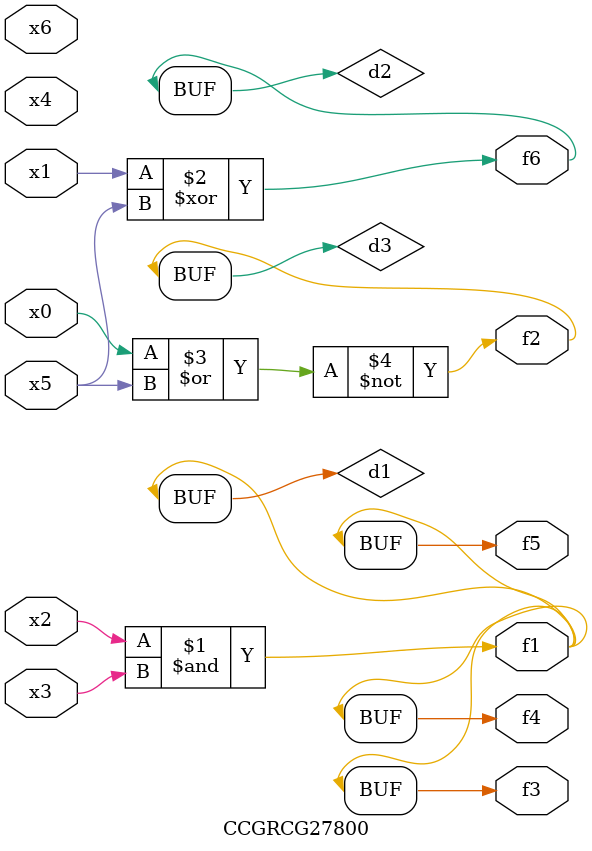
<source format=v>
module CCGRCG27800(
	input x0, x1, x2, x3, x4, x5, x6,
	output f1, f2, f3, f4, f5, f6
);

	wire d1, d2, d3;

	and (d1, x2, x3);
	xor (d2, x1, x5);
	nor (d3, x0, x5);
	assign f1 = d1;
	assign f2 = d3;
	assign f3 = d1;
	assign f4 = d1;
	assign f5 = d1;
	assign f6 = d2;
endmodule

</source>
